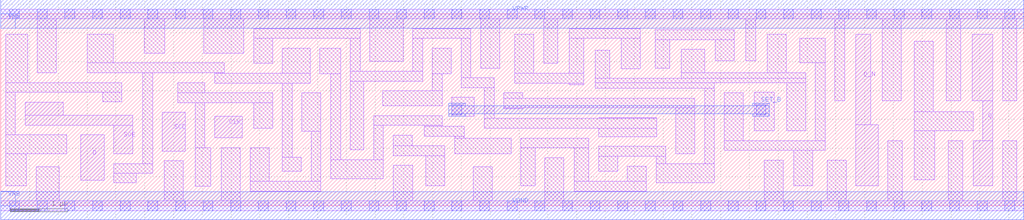
<source format=lef>
# Copyright 2020 The SkyWater PDK Authors
#
# Licensed under the Apache License, Version 2.0 (the "License");
# you may not use this file except in compliance with the License.
# You may obtain a copy of the License at
#
#     https://www.apache.org/licenses/LICENSE-2.0
#
# Unless required by applicable law or agreed to in writing, software
# distributed under the License is distributed on an "AS IS" BASIS,
# WITHOUT WARRANTIES OR CONDITIONS OF ANY KIND, either express or implied.
# See the License for the specific language governing permissions and
# limitations under the License.
#
# SPDX-License-Identifier: Apache-2.0

VERSION 5.5 ;
NAMESCASESENSITIVE ON ;
BUSBITCHARS "[]" ;
DIVIDERCHAR "/" ;
MACRO sky130_fd_sc_ms__sdfsbp_2
  CLASS CORE ;
  SOURCE USER ;
  ORIGIN  0.000000  0.000000 ;
  SIZE  17.76000 BY  3.330000 ;
  SYMMETRY X Y ;
  SITE unit ;
  PIN D
    ANTENNAGATEAREA  0.159000 ;
    DIRECTION INPUT ;
    USE SIGNAL ;
    PORT
      LAYER li1 ;
        RECT 1.385000 0.440000 1.795000 1.230000 ;
    END
  END D
  PIN Q
    ANTENNADIFFAREA  0.543200 ;
    DIRECTION OUTPUT ;
    USE SIGNAL ;
    PORT
      LAYER li1 ;
        RECT 16.865000 1.820000 17.225000 2.980000 ;
        RECT 16.885000 0.350000 17.225000 1.130000 ;
        RECT 17.055000 1.130000 17.225000 1.820000 ;
    END
  END Q
  PIN Q_N
    ANTENNADIFFAREA  0.558000 ;
    DIRECTION OUTPUT ;
    USE SIGNAL ;
    PORT
      LAYER li1 ;
        RECT 14.850000 0.350000 15.235000 1.410000 ;
        RECT 14.850000 1.410000 15.105000 2.980000 ;
    END
  END Q_N
  PIN SCD
    ANTENNAGATEAREA  0.159000 ;
    DIRECTION INPUT ;
    USE SIGNAL ;
    PORT
      LAYER li1 ;
        RECT 2.805000 0.950000 3.205000 1.620000 ;
    END
  END SCD
  PIN SCE
    ANTENNAGATEAREA  0.318000 ;
    DIRECTION INPUT ;
    USE SIGNAL ;
    PORT
      LAYER li1 ;
        RECT 0.425000 1.400000 2.295000 1.570000 ;
        RECT 0.425000 1.570000 1.085000 1.800000 ;
        RECT 1.965000 0.900000 2.295000 1.400000 ;
    END
  END SCE
  PIN SET_B
    ANTENNAPARTIALMETALSIDEAREA  3.885000 ;
    DIRECTION INPUT ;
    USE SIGNAL ;
    PORT
      LAYER met1 ;
        RECT  7.775000 1.550000  8.065000 1.595000 ;
        RECT  7.775000 1.595000 13.345000 1.735000 ;
        RECT  7.775000 1.735000  8.065000 1.780000 ;
        RECT 13.055000 1.550000 13.345000 1.595000 ;
        RECT 13.055000 1.735000 13.345000 1.780000 ;
    END
  END SET_B
  PIN CLK
    ANTENNAGATEAREA  0.279000 ;
    DIRECTION INPUT ;
    USE CLOCK ;
    PORT
      LAYER li1 ;
        RECT 3.715000 1.180000 4.195000 1.550000 ;
    END
  END CLK
  PIN VGND
    DIRECTION INOUT ;
    USE GROUND ;
    PORT
      LAYER met1 ;
        RECT 0.000000 -0.245000 17.760000 0.245000 ;
    END
  END VGND
  PIN VNB
    DIRECTION INOUT ;
    USE GROUND ;
    PORT
      LAYER met1 ;
        RECT 0.000000 0.000000 0.250000 0.250000 ;
    END
  END VNB
  PIN VPB
    DIRECTION INOUT ;
    USE POWER ;
    PORT
      LAYER met1 ;
        RECT 0.000000 3.080000 0.250000 3.330000 ;
    END
  END VPB
  PIN VPWR
    DIRECTION INOUT ;
    USE POWER ;
    PORT
      LAYER met1 ;
        RECT 0.000000 3.085000 17.760000 3.575000 ;
    END
  END VPWR
  OBS
    LAYER li1 ;
      RECT  0.000000 -0.085000 17.760000 0.085000 ;
      RECT  0.000000  3.245000 17.760000 3.415000 ;
      RECT  0.085000  0.350000  0.445000 0.900000 ;
      RECT  0.085000  0.900000  1.145000 1.230000 ;
      RECT  0.085000  1.230000  0.255000 1.970000 ;
      RECT  0.085000  1.970000  2.105000 2.140000 ;
      RECT  0.085000  2.140000  0.465000 2.980000 ;
      RECT  0.615000  0.085000  1.020000 0.680000 ;
      RECT  0.635000  2.310000  0.965000 3.245000 ;
      RECT  1.505000  2.310000  3.885000 2.480000 ;
      RECT  1.505000  2.480000  1.955000 2.980000 ;
      RECT  1.775000  1.810000  2.105000 1.970000 ;
      RECT  1.965000  0.400000  2.350000 0.560000 ;
      RECT  1.965000  0.560000  2.635000 0.730000 ;
      RECT  2.465000  0.730000  2.635000 2.310000 ;
      RECT  2.495000  2.650000  2.845000 3.245000 ;
      RECT  2.840000  0.085000  3.170000 0.780000 ;
      RECT  3.075000  1.790000  4.720000 1.960000 ;
      RECT  3.075000  1.960000  3.545000 2.140000 ;
      RECT  3.375000  0.340000  3.650000 1.010000 ;
      RECT  3.375000  1.010000  3.545000 1.790000 ;
      RECT  3.525000  2.650000  4.220000 3.245000 ;
      RECT  3.715000  2.130000  5.370000 2.300000 ;
      RECT  3.715000  2.300000  3.885000 2.310000 ;
      RECT  3.830000  0.085000  4.160000 1.010000 ;
      RECT  4.330000  0.255000  5.560000 0.425000 ;
      RECT  4.330000  0.425000  4.660000 1.010000 ;
      RECT  4.390000  1.350000  4.720000 1.790000 ;
      RECT  4.390000  2.470000  4.720000 2.905000 ;
      RECT  4.390000  2.905000  6.240000 3.075000 ;
      RECT  4.890000  0.595000  5.220000 0.845000 ;
      RECT  4.890000  0.845000  5.060000 2.130000 ;
      RECT  4.890000  2.300000  5.370000 2.735000 ;
      RECT  5.230000  1.290000  5.560000 1.960000 ;
      RECT  5.390000  0.425000  5.560000 1.290000 ;
      RECT  5.540000  2.295000  5.900000 2.735000 ;
      RECT  5.730000  0.470000  6.645000 0.800000 ;
      RECT  5.730000  0.800000  5.900000 2.295000 ;
      RECT  6.070000  0.970000  6.305000 2.165000 ;
      RECT  6.070000  2.165000  7.325000 2.335000 ;
      RECT  6.070000  2.335000  6.240000 2.905000 ;
      RECT  6.410000  2.505000  6.985000 3.245000 ;
      RECT  6.475000  0.800000  6.645000 1.395000 ;
      RECT  6.475000  1.395000  7.665000 1.565000 ;
      RECT  6.635000  1.735000  7.665000 1.995000 ;
      RECT  6.815000  0.085000  7.150000 0.700000 ;
      RECT  6.815000  0.870000  7.710000 1.040000 ;
      RECT  6.815000  1.040000  7.145000 1.225000 ;
      RECT  7.155000  2.335000  7.325000 2.905000 ;
      RECT  7.155000  2.905000  8.165000 3.075000 ;
      RECT  7.355000  1.210000  8.050000 1.380000 ;
      RECT  7.355000  1.380000  7.665000 1.395000 ;
      RECT  7.380000  0.350000  7.710000 0.870000 ;
      RECT  7.495000  1.995000  7.665000 2.295000 ;
      RECT  7.495000  2.295000  7.825000 2.735000 ;
      RECT  7.835000  1.550000  8.225000 1.880000 ;
      RECT  7.880000  0.900000  8.860000 1.175000 ;
      RECT  7.880000  1.175000  8.050000 1.210000 ;
      RECT  7.995000  2.050000  8.565000 2.220000 ;
      RECT  7.995000  2.220000  8.165000 2.905000 ;
      RECT  8.200000  0.085000  8.530000 0.680000 ;
      RECT  8.335000  2.390000  8.665000 3.245000 ;
      RECT  8.395000  1.345000 11.390000 1.515000 ;
      RECT  8.395000  1.515000  8.565000 2.050000 ;
      RECT  8.735000  1.685000  9.065000 1.700000 ;
      RECT  8.735000  1.700000 12.050000 1.870000 ;
      RECT  8.735000  1.870000  9.065000 1.960000 ;
      RECT  8.925000  2.130000 10.125000 2.300000 ;
      RECT  8.925000  2.300000  9.255000 2.980000 ;
      RECT  9.030000  0.350000  9.280000 1.005000 ;
      RECT  9.030000  1.005000 10.210000 1.175000 ;
      RECT  9.425000  2.470000  9.675000 3.245000 ;
      RECT  9.450000  0.085000  9.780000 0.835000 ;
      RECT  9.875000  2.100000 10.125000 2.130000 ;
      RECT  9.875000  2.300000 10.125000 2.905000 ;
      RECT  9.875000  2.905000 11.105000 3.075000 ;
      RECT  9.960000  0.255000 11.210000 0.425000 ;
      RECT  9.960000  0.425000 10.210000 1.005000 ;
      RECT 10.325000  2.040000 12.390000 2.140000 ;
      RECT 10.325000  2.140000 13.975000 2.210000 ;
      RECT 10.325000  2.210000 10.575000 2.700000 ;
      RECT 10.380000  0.595000 10.710000 0.860000 ;
      RECT 10.380000  0.860000 11.550000 1.030000 ;
      RECT 10.380000  1.200000 11.390000 1.345000 ;
      RECT 10.380000  1.515000 11.390000 1.530000 ;
      RECT 10.775000  2.380000 11.105000 2.905000 ;
      RECT 10.880000  0.425000 11.210000 0.690000 ;
      RECT 11.365000  2.385000 11.620000 2.885000 ;
      RECT 11.365000  2.885000 12.740000 3.055000 ;
      RECT 11.380000  0.400000 12.390000 0.730000 ;
      RECT 11.380000  0.730000 11.550000 0.860000 ;
      RECT 11.720000  0.900000 12.050000 1.700000 ;
      RECT 11.820000  2.210000 13.975000 2.310000 ;
      RECT 11.820000  2.310000 12.220000 2.715000 ;
      RECT 12.220000  0.730000 12.390000 2.040000 ;
      RECT 12.410000  2.520000 12.740000 2.885000 ;
      RECT 12.565000  0.960000 14.315000 1.130000 ;
      RECT 12.565000  1.130000 12.895000 1.960000 ;
      RECT 12.940000  2.520000 13.110000 3.245000 ;
      RECT 13.085000  1.300000 13.435000 1.970000 ;
      RECT 13.260000  0.085000 13.590000 0.790000 ;
      RECT 13.310000  2.310000 13.640000 2.980000 ;
      RECT 13.645000  1.300000 13.975000 2.140000 ;
      RECT 13.770000  0.350000 14.100000 0.960000 ;
      RECT 13.870000  2.480000 14.315000 2.910000 ;
      RECT 14.145000  1.130000 14.315000 2.480000 ;
      RECT 14.350000  0.085000 14.680000 0.790000 ;
      RECT 14.485000  1.820000 14.655000 3.245000 ;
      RECT 15.305000  1.820000 15.635000 3.245000 ;
      RECT 15.405000  0.085000 15.655000 1.130000 ;
      RECT 15.865000  0.450000 16.220000 1.300000 ;
      RECT 15.865000  1.300000 16.885000 1.630000 ;
      RECT 15.865000  1.630000 16.195000 2.860000 ;
      RECT 16.415000  1.820000 16.665000 3.245000 ;
      RECT 16.455000  0.085000 16.705000 1.130000 ;
      RECT 17.395000  0.085000 17.645000 1.130000 ;
      RECT 17.395000  1.820000 17.645000 3.245000 ;
    LAYER mcon ;
      RECT  0.155000 -0.085000  0.325000 0.085000 ;
      RECT  0.155000  3.245000  0.325000 3.415000 ;
      RECT  0.635000 -0.085000  0.805000 0.085000 ;
      RECT  0.635000  3.245000  0.805000 3.415000 ;
      RECT  1.115000 -0.085000  1.285000 0.085000 ;
      RECT  1.115000  3.245000  1.285000 3.415000 ;
      RECT  1.595000 -0.085000  1.765000 0.085000 ;
      RECT  1.595000  3.245000  1.765000 3.415000 ;
      RECT  2.075000 -0.085000  2.245000 0.085000 ;
      RECT  2.075000  3.245000  2.245000 3.415000 ;
      RECT  2.555000 -0.085000  2.725000 0.085000 ;
      RECT  2.555000  3.245000  2.725000 3.415000 ;
      RECT  3.035000 -0.085000  3.205000 0.085000 ;
      RECT  3.035000  3.245000  3.205000 3.415000 ;
      RECT  3.515000 -0.085000  3.685000 0.085000 ;
      RECT  3.515000  3.245000  3.685000 3.415000 ;
      RECT  3.995000 -0.085000  4.165000 0.085000 ;
      RECT  3.995000  3.245000  4.165000 3.415000 ;
      RECT  4.475000 -0.085000  4.645000 0.085000 ;
      RECT  4.475000  3.245000  4.645000 3.415000 ;
      RECT  4.955000 -0.085000  5.125000 0.085000 ;
      RECT  4.955000  3.245000  5.125000 3.415000 ;
      RECT  5.435000 -0.085000  5.605000 0.085000 ;
      RECT  5.435000  3.245000  5.605000 3.415000 ;
      RECT  5.915000 -0.085000  6.085000 0.085000 ;
      RECT  5.915000  3.245000  6.085000 3.415000 ;
      RECT  6.395000 -0.085000  6.565000 0.085000 ;
      RECT  6.395000  3.245000  6.565000 3.415000 ;
      RECT  6.875000 -0.085000  7.045000 0.085000 ;
      RECT  6.875000  3.245000  7.045000 3.415000 ;
      RECT  7.355000 -0.085000  7.525000 0.085000 ;
      RECT  7.355000  3.245000  7.525000 3.415000 ;
      RECT  7.835000 -0.085000  8.005000 0.085000 ;
      RECT  7.835000  1.580000  8.005000 1.750000 ;
      RECT  7.835000  3.245000  8.005000 3.415000 ;
      RECT  8.315000 -0.085000  8.485000 0.085000 ;
      RECT  8.315000  3.245000  8.485000 3.415000 ;
      RECT  8.795000 -0.085000  8.965000 0.085000 ;
      RECT  8.795000  3.245000  8.965000 3.415000 ;
      RECT  9.275000 -0.085000  9.445000 0.085000 ;
      RECT  9.275000  3.245000  9.445000 3.415000 ;
      RECT  9.755000 -0.085000  9.925000 0.085000 ;
      RECT  9.755000  3.245000  9.925000 3.415000 ;
      RECT 10.235000 -0.085000 10.405000 0.085000 ;
      RECT 10.235000  3.245000 10.405000 3.415000 ;
      RECT 10.715000 -0.085000 10.885000 0.085000 ;
      RECT 10.715000  3.245000 10.885000 3.415000 ;
      RECT 11.195000 -0.085000 11.365000 0.085000 ;
      RECT 11.195000  3.245000 11.365000 3.415000 ;
      RECT 11.675000 -0.085000 11.845000 0.085000 ;
      RECT 11.675000  3.245000 11.845000 3.415000 ;
      RECT 12.155000 -0.085000 12.325000 0.085000 ;
      RECT 12.155000  3.245000 12.325000 3.415000 ;
      RECT 12.635000 -0.085000 12.805000 0.085000 ;
      RECT 12.635000  3.245000 12.805000 3.415000 ;
      RECT 13.115000 -0.085000 13.285000 0.085000 ;
      RECT 13.115000  1.580000 13.285000 1.750000 ;
      RECT 13.115000  3.245000 13.285000 3.415000 ;
      RECT 13.595000 -0.085000 13.765000 0.085000 ;
      RECT 13.595000  3.245000 13.765000 3.415000 ;
      RECT 14.075000 -0.085000 14.245000 0.085000 ;
      RECT 14.075000  3.245000 14.245000 3.415000 ;
      RECT 14.555000 -0.085000 14.725000 0.085000 ;
      RECT 14.555000  3.245000 14.725000 3.415000 ;
      RECT 15.035000 -0.085000 15.205000 0.085000 ;
      RECT 15.035000  3.245000 15.205000 3.415000 ;
      RECT 15.515000 -0.085000 15.685000 0.085000 ;
      RECT 15.515000  3.245000 15.685000 3.415000 ;
      RECT 15.995000 -0.085000 16.165000 0.085000 ;
      RECT 15.995000  3.245000 16.165000 3.415000 ;
      RECT 16.475000 -0.085000 16.645000 0.085000 ;
      RECT 16.475000  3.245000 16.645000 3.415000 ;
      RECT 16.955000 -0.085000 17.125000 0.085000 ;
      RECT 16.955000  3.245000 17.125000 3.415000 ;
      RECT 17.435000 -0.085000 17.605000 0.085000 ;
      RECT 17.435000  3.245000 17.605000 3.415000 ;
  END
END sky130_fd_sc_ms__sdfsbp_2
END LIBRARY

</source>
